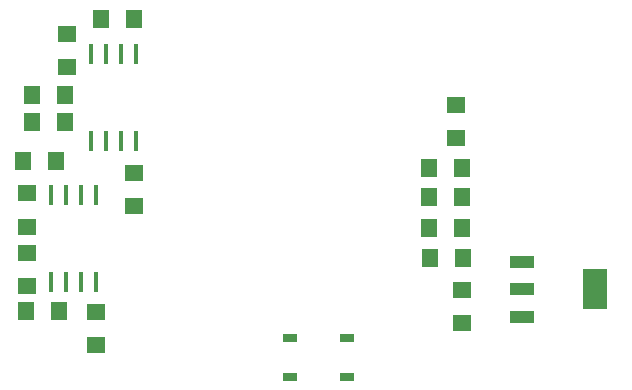
<source format=gbr>
G04 DipTrace 2.4.0.2*
%INBottomPaste.gbr*%
%MOIN*%
%ADD60R,0.0512X0.0276*%
%ADD70R,0.0157X0.0709*%
%ADD76R,0.0472X0.0039*%
%ADD82R,0.063X0.0551*%
%ADD84R,0.0551X0.063*%
%ADD90R,0.0787X0.1339*%
%ADD92R,0.0801X0.0401*%
%FSLAX44Y44*%
G04*
G70*
G90*
G75*
G01*
%LNBotPaste*%
%LPD*%
D92*
X21687Y6812D3*
Y7718D3*
Y8623D3*
D90*
X24125Y7717D3*
D82*
X19687Y7687D3*
Y6585D3*
X19500Y12750D3*
Y13852D3*
D84*
X19687Y11750D3*
X18585D3*
X19687Y10812D3*
X18585D3*
X6437Y13312D3*
X5335D3*
X6249Y7000D3*
X5147D3*
D82*
X5187Y8938D3*
Y7836D3*
D84*
X6437Y14187D3*
X5335D3*
D82*
X7499Y5875D3*
Y6977D3*
X8761Y10511D3*
Y11613D3*
D84*
X7636Y16738D3*
X8738D3*
X5062Y12000D3*
X6164D3*
D76*
X24625Y15437D3*
Y15181D3*
Y14925D3*
Y14669D3*
Y14413D3*
Y14157D3*
Y13902D3*
Y13646D3*
Y13390D3*
Y13134D3*
Y12878D3*
Y12622D3*
Y12366D3*
Y12110D3*
X21554D3*
Y12366D3*
Y12622D3*
Y12878D3*
Y13134D3*
Y13390D3*
Y13646D3*
Y13902D3*
Y14157D3*
Y14413D3*
Y14669D3*
Y14925D3*
Y15181D3*
Y15437D3*
D70*
X5999Y10875D3*
X6499D3*
X6999D3*
X7499D3*
Y7962D3*
X6999D3*
X6499D3*
X5999D3*
X7312Y15562D3*
X7812D3*
X8312D3*
X8812D3*
Y12649D3*
X8312D3*
X7812D3*
X7312D3*
D84*
X19687Y9750D3*
X18585D3*
D82*
X6511Y15136D3*
Y16238D3*
X5187Y9813D3*
Y10915D3*
D84*
X18607Y8750D3*
X19710D3*
D60*
X13937Y4812D3*
Y6111D3*
X15866D3*
Y4812D3*
M02*

</source>
